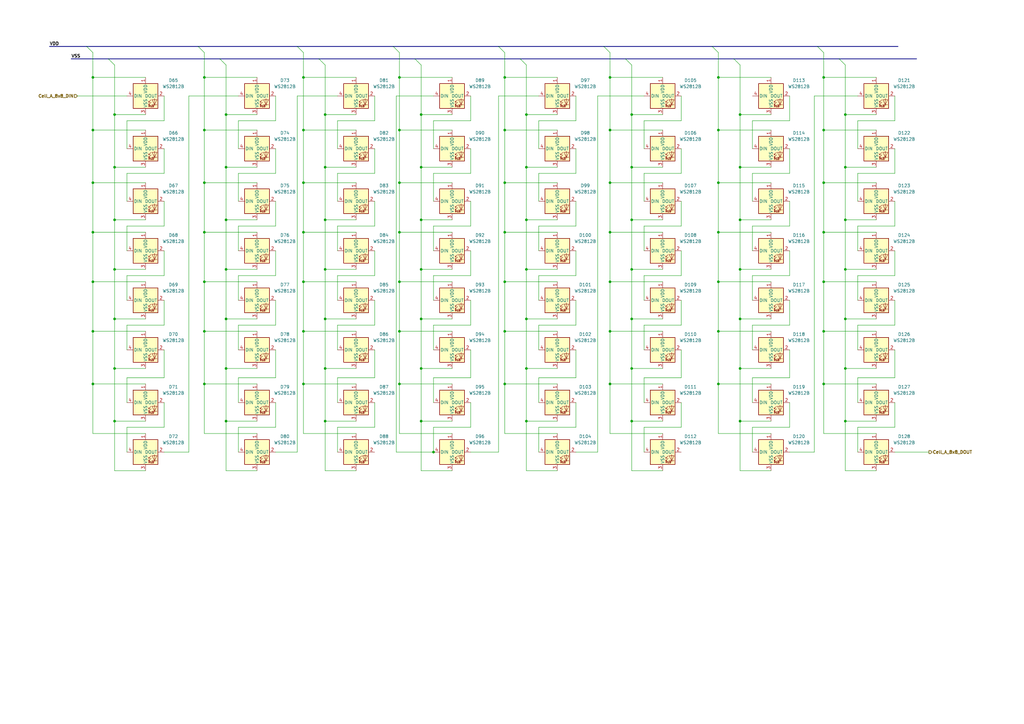
<source format=kicad_sch>
(kicad_sch (version 20250114) (generator "eeschema") (generator_version "9.0")
  (paper "A3")
  (junction (at 46.99 110.49))
  (junction (at 346.71 46.99))
  (junction (at 294.64 53.34))
  (junction (at 294.64 74.93))
  (junction (at 294.64 31.75))
  (junction (at 83.82 31.75))
  (junction (at 250.19 53.34))
  (junction (at 163.83 95.25))
  (junction (at 337.82 115.57))
  (junction (at 92.71 90.17))
  (junction (at 124.46 31.75))
  (junction (at 337.82 135.89))
  (junction (at 250.19 31.75))
  (junction (at 38.1 74.93))
  (junction (at 259.08 46.99))
  (junction (at 38.1 115.57))
  (junction (at 172.72 90.17))
  (junction (at 46.99 172.72))
  (junction (at 172.72 151.13))
  (junction (at 303.53 151.13))
  (junction (at 207.01 115.57))
  (junction (at 294.64 157.48))
  (junction (at 38.1 135.89))
  (junction (at 92.71 68.58))
  (junction (at 207.01 95.25))
  (junction (at 172.72 172.72))
  (junction (at 177.8 185.42))
  (junction (at 124.46 53.34))
  (junction (at 303.53 46.99))
  (junction (at 259.08 110.49))
  (junction (at 215.9 90.17))
  (junction (at 83.82 95.25))
  (junction (at 124.46 135.89))
  (junction (at 207.01 135.89))
  (junction (at 259.08 68.58))
  (junction (at 172.72 68.58))
  (junction (at 163.83 135.89))
  (junction (at 92.71 46.99))
  (junction (at 250.19 95.25))
  (junction (at 303.53 172.72))
  (junction (at 133.35 110.49))
  (junction (at 46.99 46.99))
  (junction (at 83.82 53.34))
  (junction (at 346.71 151.13))
  (junction (at 163.83 115.57))
  (junction (at 133.35 68.58))
  (junction (at 337.82 53.34))
  (junction (at 124.46 115.57))
  (junction (at 124.46 95.25))
  (junction (at 337.82 74.93))
  (junction (at 38.1 53.34))
  (junction (at 133.35 90.17))
  (junction (at 207.01 31.75))
  (junction (at 172.72 130.81))
  (junction (at 259.08 90.17))
  (junction (at 346.71 68.58))
  (junction (at 250.19 115.57))
  (junction (at 215.9 46.99))
  (junction (at 294.64 95.25))
  (junction (at 346.71 130.81))
  (junction (at 346.71 110.49))
  (junction (at 215.9 172.72))
  (junction (at 172.72 46.99))
  (junction (at 92.71 130.81))
  (junction (at 83.82 135.89))
  (junction (at 215.9 151.13))
  (junction (at 163.83 157.48))
  (junction (at 133.35 151.13))
  (junction (at 303.53 68.58))
  (junction (at 215.9 68.58))
  (junction (at 259.08 130.81))
  (junction (at 294.64 115.57))
  (junction (at 207.01 157.48))
  (junction (at 124.46 74.93))
  (junction (at 133.35 130.81))
  (junction (at 83.82 115.57))
  (junction (at 346.71 172.72))
  (junction (at 46.99 151.13))
  (junction (at 215.9 110.49))
  (junction (at 207.01 74.93))
  (junction (at 294.64 135.89))
  (junction (at 337.82 95.25))
  (junction (at 92.71 110.49))
  (junction (at 163.83 53.34))
  (junction (at 163.83 31.75))
  (junction (at 337.82 31.75))
  (junction (at 38.1 31.75))
  (junction (at 38.1 95.25))
  (junction (at 124.46 157.48))
  (junction (at 303.53 130.81))
  (junction (at 207.01 53.34))
  (junction (at 46.99 130.81))
  (junction (at 46.99 68.58))
  (junction (at 259.08 151.13))
  (junction (at 38.1 157.48))
  (junction (at 337.82 157.48))
  (junction (at 133.35 46.99))
  (junction (at 133.35 172.72))
  (junction (at 250.19 135.89))
  (junction (at 172.72 110.49))
  (junction (at 92.71 151.13))
  (junction (at 259.08 172.72))
  (junction (at 83.82 74.93))
  (junction (at 250.19 74.93))
  (junction (at 92.71 172.72))
  (junction (at 346.71 90.17))
  (junction (at 303.53 110.49))
  (junction (at 163.83 74.93))
  (junction (at 250.19 157.48))
  (junction (at 303.53 90.17))
  (junction (at 83.82 157.48))
  (junction (at 215.9 130.81))
  (junction (at 46.99 90.17))
  (bus_entry (at 204.47 19.05) (size 2.54 2.54))
  (bus_entry (at 81.28 19.05) (size 2.54 2.54))
  (bus_entry (at 35.56 19.05) (size 2.54 2.54))
  (bus_entry (at 121.92 19.05) (size 2.54 2.54))
  (bus_entry (at 170.18 24.13) (size 2.54 2.54))
  (bus_entry (at 335.28 19.05) (size 2.54 2.54))
  (bus_entry (at 161.29 19.05) (size 2.54 2.54))
  (bus_entry (at 213.36 24.13) (size 2.54 2.54))
  (bus_entry (at 90.17 24.13) (size 2.54 2.54))
  (bus_entry (at 130.81 24.13) (size 2.54 2.54))
  (bus_entry (at 344.17 24.13) (size 2.54 2.54))
  (bus_entry (at 256.54 24.13) (size 2.54 2.54))
  (bus_entry (at 44.45 24.13) (size 2.54 2.54))
  (bus_entry (at 247.65 19.05) (size 2.54 2.54))
  (bus_entry (at 292.1 19.05) (size 2.54 2.54))
  (bus_entry (at 300.99 24.13) (size 2.54 2.54))
  (wire (pts (xy 346.71 90.17) (xy 346.71 110.49)))
  (wire (pts (xy 337.82 115.57) (xy 359.41 115.57)))
  (wire (pts (xy 337.82 157.48) (xy 337.82 177.8)))
  (wire (pts (xy 337.82 21.59) (xy 337.82 31.75)))
  (wire (pts (xy 303.53 130.81) (xy 316.23 130.81)))
  (wire (pts (xy 113.03 113.03) (xy 97.79 113.03)))
  (wire (pts (xy 83.82 53.34) (xy 105.41 53.34)))
  (wire (pts (xy 163.83 21.59) (xy 163.83 31.75)))
  (wire (pts (xy 52.07 113.03) (xy 52.07 123.19)))
  (wire (pts (xy 138.43 175.26) (xy 138.43 185.42)))
  (wire (pts (xy 279.4 143.51) (xy 279.4 154.94)))
  (wire (pts (xy 351.79 92.71) (xy 351.79 102.87)))
  (wire (pts (xy 207.01 74.93) (xy 207.01 95.25)))
  (wire (pts (xy 279.4 92.71) (xy 264.16 92.71)))
  (wire (pts (xy 193.04 143.51) (xy 193.04 154.94)))
  (wire (pts (xy 215.9 151.13) (xy 215.9 172.72)))
  (wire (pts (xy 303.53 151.13) (xy 316.23 151.13)))
  (wire (pts (xy 163.83 95.25) (xy 163.83 115.57)))
  (wire (pts (xy 264.16 175.26) (xy 264.16 185.42)))
  (wire (pts (xy 97.79 133.35) (xy 97.79 143.51)))
  (wire (pts (xy 67.31 143.51) (xy 67.31 154.94)))
  (wire (pts (xy 133.35 46.99) (xy 146.05 46.99)))
  (wire (pts (xy 124.46 115.57) (xy 124.46 135.89)))
  (wire (pts (xy 250.19 115.57) (xy 271.78 115.57)))
  (wire (pts (xy 264.16 71.12) (xy 264.16 82.55)))
  (wire (pts (xy 215.9 110.49) (xy 215.9 130.81)))
  (bus (pts (xy 344.17 24.13) (xy 375.92 24.13)))
  (wire (pts (xy 177.8 49.53) (xy 177.8 60.96)))
  (wire (pts (xy 133.35 68.58) (xy 146.05 68.58)))
  (wire (pts (xy 259.08 110.49) (xy 259.08 130.81)))
  (wire (pts (xy 294.64 74.93) (xy 316.23 74.93)))
  (wire (pts (xy 337.82 157.48) (xy 359.41 157.48)))
  (wire (pts (xy 153.67 49.53) (xy 138.43 49.53)))
  (wire (pts (xy 163.83 177.8) (xy 185.42 177.8)))
  (wire (pts (xy 67.31 165.1) (xy 67.31 175.26)))
  (wire (pts (xy 367.03 92.71) (xy 351.79 92.71)))
  (wire (pts (xy 124.46 53.34) (xy 124.46 74.93)))
  (wire (pts (xy 207.01 74.93) (xy 228.6 74.93)))
  (wire (pts (xy 162.56 185.42) (xy 162.56 39.37)))
  (wire (pts (xy 46.99 68.58) (xy 59.69 68.58)))
  (wire (pts (xy 220.98 133.35) (xy 220.98 143.51)))
  (wire (pts (xy 294.64 157.48) (xy 294.64 177.8)))
  (wire (pts (xy 67.31 60.96) (xy 67.31 71.12)))
  (wire (pts (xy 250.19 135.89) (xy 271.78 135.89)))
  (wire (pts (xy 294.64 135.89) (xy 316.23 135.89)))
  (wire (pts (xy 204.47 185.42) (xy 204.47 39.37)))
  (wire (pts (xy 259.08 26.67) (xy 259.08 46.99)))
  (wire (pts (xy 337.82 95.25) (xy 337.82 115.57)))
  (wire (pts (xy 177.8 92.71) (xy 177.8 102.87)))
  (wire (pts (xy 153.67 92.71) (xy 138.43 92.71)))
  (bus (pts (xy 247.65 19.05) (xy 292.1 19.05)))
  (wire (pts (xy 138.43 71.12) (xy 138.43 82.55)))
  (wire (pts (xy 236.22 39.37) (xy 236.22 49.53)))
  (wire (pts (xy 236.22 49.53) (xy 220.98 49.53)))
  (wire (pts (xy 259.08 172.72) (xy 271.78 172.72)))
  (wire (pts (xy 381 185.42) (xy 367.03 185.42)))
  (wire (pts (xy 113.03 143.51) (xy 113.03 154.94)))
  (wire (pts (xy 193.04 39.37) (xy 193.04 49.53)))
  (wire (pts (xy 259.08 68.58) (xy 259.08 90.17)))
  (wire (pts (xy 172.72 46.99) (xy 185.42 46.99)))
  (wire (pts (xy 133.35 172.72) (xy 133.35 193.04)))
  (wire (pts (xy 367.03 175.26) (xy 351.79 175.26)))
  (wire (pts (xy 124.46 74.93) (xy 146.05 74.93)))
  (wire (pts (xy 303.53 46.99) (xy 303.53 68.58)))
  (wire (pts (xy 193.04 185.42) (xy 204.47 185.42)))
  (bus (pts (xy 90.17 24.13) (xy 130.81 24.13)))
  (wire (pts (xy 279.4 165.1) (xy 279.4 175.26)))
  (wire (pts (xy 153.67 133.35) (xy 138.43 133.35)))
  (wire (pts (xy 83.82 95.25) (xy 105.41 95.25)))
  (wire (pts (xy 46.99 151.13) (xy 59.69 151.13)))
  (wire (pts (xy 236.22 71.12) (xy 220.98 71.12)))
  (wire (pts (xy 323.85 92.71) (xy 308.61 92.71)))
  (wire (pts (xy 236.22 82.55) (xy 236.22 92.71)))
  (wire (pts (xy 113.03 123.19) (xy 113.03 133.35)))
  (wire (pts (xy 97.79 71.12) (xy 97.79 82.55)))
  (wire (pts (xy 220.98 175.26) (xy 220.98 185.42)))
  (wire (pts (xy 38.1 135.89) (xy 59.69 135.89)))
  (wire (pts (xy 303.53 68.58) (xy 316.23 68.58)))
  (wire (pts (xy 294.64 53.34) (xy 294.64 74.93)))
  (wire (pts (xy 124.46 21.59) (xy 124.46 31.75)))
  (wire (pts (xy 83.82 135.89) (xy 83.82 157.48)))
  (wire (pts (xy 77.47 185.42) (xy 77.47 39.37)))
  (wire (pts (xy 215.9 68.58) (xy 228.6 68.58)))
  (wire (pts (xy 207.01 95.25) (xy 228.6 95.25)))
  (wire (pts (xy 163.83 31.75) (xy 185.42 31.75)))
  (wire (pts (xy 38.1 95.25) (xy 38.1 115.57)))
  (wire (pts (xy 92.71 90.17) (xy 105.41 90.17)))
  (wire (pts (xy 346.71 68.58) (xy 346.71 90.17)))
  (wire (pts (xy 323.85 102.87) (xy 323.85 113.03)))
  (wire (pts (xy 337.82 53.34) (xy 359.41 53.34)))
  (wire (pts (xy 294.64 31.75) (xy 316.23 31.75)))
  (wire (pts (xy 264.16 113.03) (xy 264.16 123.19)))
  (wire (pts (xy 31.75 39.37) (xy 52.07 39.37)))
  (wire (pts (xy 113.03 39.37) (xy 113.03 49.53)))
  (wire (pts (xy 351.79 113.03) (xy 351.79 123.19)))
  (wire (pts (xy 215.9 172.72) (xy 228.6 172.72)))
  (wire (pts (xy 172.72 193.04) (xy 185.42 193.04)))
  (wire (pts (xy 245.11 185.42) (xy 245.11 39.37)))
  (wire (pts (xy 121.92 39.37) (xy 138.43 39.37)))
  (wire (pts (xy 259.08 130.81) (xy 271.78 130.81)))
  (wire (pts (xy 207.01 31.75) (xy 207.01 53.34)))
  (wire (pts (xy 279.4 49.53) (xy 264.16 49.53)))
  (bus (pts (xy 130.81 24.13) (xy 170.18 24.13)))
  (bus (pts (xy 170.18 24.13) (xy 213.36 24.13)))
  (wire (pts (xy 92.71 130.81) (xy 105.41 130.81)))
  (wire (pts (xy 351.79 49.53) (xy 351.79 60.96)))
  (wire (pts (xy 46.99 193.04) (xy 59.69 193.04)))
  (wire (pts (xy 46.99 26.67) (xy 46.99 46.99)))
  (wire (pts (xy 367.03 123.19) (xy 367.03 133.35)))
  (wire (pts (xy 215.9 193.04) (xy 228.6 193.04)))
  (wire (pts (xy 163.83 115.57) (xy 185.42 115.57)))
  (wire (pts (xy 163.83 74.93) (xy 163.83 95.25)))
  (wire (pts (xy 193.04 60.96) (xy 193.04 71.12)))
  (wire (pts (xy 323.85 185.42) (xy 334.01 185.42)))
  (wire (pts (xy 46.99 172.72) (xy 46.99 193.04)))
  (wire (pts (xy 346.71 130.81) (xy 346.71 151.13)))
  (wire (pts (xy 346.71 110.49) (xy 346.71 130.81)))
  (wire (pts (xy 97.79 113.03) (xy 97.79 123.19)))
  (wire (pts (xy 177.8 175.26) (xy 177.8 185.42)))
  (wire (pts (xy 97.79 175.26) (xy 97.79 185.42)))
  (wire (pts (xy 172.72 110.49) (xy 172.72 130.81)))
  (wire (pts (xy 172.72 68.58) (xy 172.72 90.17)))
  (wire (pts (xy 163.83 53.34) (xy 163.83 74.93)))
  (wire (pts (xy 346.71 110.49) (xy 359.41 110.49)))
  (wire (pts (xy 92.71 193.04) (xy 105.41 193.04)))
  (wire (pts (xy 337.82 95.25) (xy 359.41 95.25)))
  (wire (pts (xy 163.83 135.89) (xy 185.42 135.89)))
  (wire (pts (xy 259.08 90.17) (xy 271.78 90.17)))
  (wire (pts (xy 67.31 185.42) (xy 77.47 185.42)))
  (wire (pts (xy 83.82 157.48) (xy 105.41 157.48)))
  (wire (pts (xy 46.99 46.99) (xy 46.99 68.58)))
  (wire (pts (xy 236.22 143.51) (xy 236.22 154.94)))
  (wire (pts (xy 67.31 133.35) (xy 52.07 133.35)))
  (wire (pts (xy 259.08 151.13) (xy 259.08 172.72)))
  (wire (pts (xy 153.67 175.26) (xy 138.43 175.26)))
  (wire (pts (xy 38.1 21.59) (xy 38.1 31.75)))
  (wire (pts (xy 264.16 154.94) (xy 264.16 165.1)))
  (wire (pts (xy 97.79 154.94) (xy 97.79 165.1)))
  (wire (pts (xy 207.01 31.75) (xy 228.6 31.75)))
  (wire (pts (xy 67.31 102.87) (xy 67.31 113.03)))
  (wire (pts (xy 133.35 151.13) (xy 133.35 172.72)))
  (wire (pts (xy 346.71 172.72) (xy 359.41 172.72)))
  (wire (pts (xy 207.01 157.48) (xy 207.01 177.8)))
  (wire (pts (xy 236.22 175.26) (xy 220.98 175.26)))
  (bus (pts (xy 29.21 24.13) (xy 44.45 24.13)))
  (wire (pts (xy 83.82 115.57) (xy 83.82 135.89)))
  (wire (pts (xy 113.03 71.12) (xy 97.79 71.12)))
  (wire (pts (xy 294.64 95.25) (xy 294.64 115.57)))
  (wire (pts (xy 367.03 49.53) (xy 351.79 49.53)))
  (wire (pts (xy 259.08 151.13) (xy 271.78 151.13)))
  (wire (pts (xy 133.35 130.81) (xy 133.35 151.13)))
  (wire (pts (xy 250.19 74.93) (xy 271.78 74.93)))
  (wire (pts (xy 323.85 165.1) (xy 323.85 175.26)))
  (wire (pts (xy 163.83 74.93) (xy 185.42 74.93)))
  (wire (pts (xy 367.03 113.03) (xy 351.79 113.03)))
  (wire (pts (xy 92.71 172.72) (xy 105.41 172.72)))
  (wire (pts (xy 215.9 130.81) (xy 228.6 130.81)))
  (wire (pts (xy 133.35 151.13) (xy 146.05 151.13)))
  (wire (pts (xy 308.61 49.53) (xy 308.61 60.96)))
  (wire (pts (xy 220.98 154.94) (xy 220.98 165.1)))
  (wire (pts (xy 236.22 133.35) (xy 220.98 133.35)))
  (wire (pts (xy 172.72 172.72) (xy 172.72 193.04)))
  (wire (pts (xy 279.4 71.12) (xy 264.16 71.12)))
  (wire (pts (xy 83.82 74.93) (xy 105.41 74.93)))
  (wire (pts (xy 323.85 123.19) (xy 323.85 133.35)))
  (wire (pts (xy 38.1 31.75) (xy 38.1 53.34)))
  (wire (pts (xy 52.07 175.26) (xy 52.07 185.42)))
  (wire (pts (xy 133.35 110.49) (xy 133.35 130.81)))
  (wire (pts (xy 113.03 60.96) (xy 113.03 71.12)))
  (wire (pts (xy 215.9 90.17) (xy 215.9 110.49)))
  (wire (pts (xy 177.8 185.42) (xy 162.56 185.42)))
  (wire (pts (xy 334.01 39.37) (xy 351.79 39.37)))
  (wire (pts (xy 367.03 71.12) (xy 351.79 71.12)))
  (wire (pts (xy 38.1 53.34) (xy 59.69 53.34)))
  (wire (pts (xy 193.04 123.19) (xy 193.04 133.35)))
  (wire (pts (xy 113.03 102.87) (xy 113.03 113.03)))
  (wire (pts (xy 250.19 53.34) (xy 250.19 74.93)))
  (wire (pts (xy 215.9 26.67) (xy 215.9 46.99)))
  (wire (pts (xy 245.11 39.37) (xy 264.16 39.37)))
  (wire (pts (xy 92.71 110.49) (xy 105.41 110.49)))
  (wire (pts (xy 215.9 46.99) (xy 215.9 68.58)))
  (wire (pts (xy 153.67 71.12) (xy 138.43 71.12)))
  (wire (pts (xy 236.22 165.1) (xy 236.22 175.26)))
  (wire (pts (xy 303.53 193.04) (xy 316.23 193.04)))
  (wire (pts (xy 351.79 133.35) (xy 351.79 143.51)))
  (wire (pts (xy 113.03 175.26) (xy 97.79 175.26)))
  (wire (pts (xy 172.72 130.81) (xy 172.72 151.13)))
  (wire (pts (xy 177.8 154.94) (xy 177.8 165.1)))
  (wire (pts (xy 172.72 151.13) (xy 172.72 172.72)))
  (wire (pts (xy 133.35 90.17) (xy 133.35 110.49)))
  (wire (pts (xy 124.46 135.89) (xy 146.05 135.89)))
  (bus (pts (xy 204.47 19.05) (xy 247.65 19.05)))
  (wire (pts (xy 303.53 26.67) (xy 303.53 46.99)))
  (wire (pts (xy 308.61 92.71) (xy 308.61 102.87)))
  (wire (pts (xy 172.72 90.17) (xy 185.42 90.17)))
  (wire (pts (xy 264.16 133.35) (xy 264.16 143.51)))
  (wire (pts (xy 92.71 110.49) (xy 92.71 130.81)))
  (wire (pts (xy 177.8 71.12) (xy 177.8 82.55)))
  (wire (pts (xy 207.01 53.34) (xy 228.6 53.34)))
  (wire (pts (xy 346.71 46.99) (xy 359.41 46.99)))
  (wire (pts (xy 92.71 46.99) (xy 92.71 68.58)))
  (wire (pts (xy 83.82 115.57) (xy 105.41 115.57)))
  (wire (pts (xy 52.07 92.71) (xy 52.07 102.87)))
  (wire (pts (xy 236.22 154.94) (xy 220.98 154.94)))
  (wire (pts (xy 193.04 154.94) (xy 177.8 154.94)))
  (wire (pts (xy 294.64 115.57) (xy 316.23 115.57)))
  (wire (pts (xy 215.9 172.72) (xy 215.9 193.04)))
  (wire (pts (xy 367.03 133.35) (xy 351.79 133.35)))
  (wire (pts (xy 346.71 90.17) (xy 359.41 90.17)))
  (wire (pts (xy 323.85 133.35) (xy 308.61 133.35)))
  (wire (pts (xy 259.08 172.72) (xy 259.08 193.04)))
  (wire (pts (xy 124.46 135.89) (xy 124.46 157.48)))
  (wire (pts (xy 279.4 133.35) (xy 264.16 133.35)))
  (wire (pts (xy 215.9 90.17) (xy 228.6 90.17)))
  (wire (pts (xy 294.64 31.75) (xy 294.64 53.34)))
  (wire (pts (xy 133.35 130.81) (xy 146.05 130.81)))
  (wire (pts (xy 46.99 90.17) (xy 59.69 90.17)))
  (wire (pts (xy 367.03 39.37) (xy 367.03 49.53)))
  (wire (pts (xy 367.03 154.94) (xy 351.79 154.94)))
  (wire (pts (xy 346.71 68.58) (xy 359.41 68.58)))
  (wire (pts (xy 220.98 71.12) (xy 220.98 82.55)))
  (wire (pts (xy 294.64 95.25) (xy 316.23 95.25)))
  (wire (pts (xy 250.19 74.93) (xy 250.19 95.25)))
  (wire (pts (xy 163.83 95.25) (xy 185.42 95.25)))
  (wire (pts (xy 153.67 102.87) (xy 153.67 113.03)))
  (wire (pts (xy 294.64 177.8) (xy 316.23 177.8)))
  (wire (pts (xy 113.03 165.1) (xy 113.03 175.26)))
  (wire (pts (xy 294.64 135.89) (xy 294.64 157.48)))
  (wire (pts (xy 279.4 113.03) (xy 264.16 113.03)))
  (wire (pts (xy 351.79 175.26) (xy 351.79 185.42)))
  (wire (pts (xy 67.31 71.12) (xy 52.07 71.12)))
  (wire (pts (xy 193.04 165.1) (xy 193.04 175.26)))
  (bus (pts (xy 161.29 19.05) (xy 204.47 19.05)))
  (wire (pts (xy 172.72 130.81) (xy 185.42 130.81)))
  (wire (pts (xy 133.35 68.58) (xy 133.35 90.17)))
  (wire (pts (xy 294.64 74.93) (xy 294.64 95.25)))
  (wire (pts (xy 153.67 123.19) (xy 153.67 133.35)))
  (wire (pts (xy 337.82 115.57) (xy 337.82 135.89)))
  (wire (pts (xy 193.04 82.55) (xy 193.04 92.71)))
  (wire (pts (xy 124.46 53.34) (xy 146.05 53.34)))
  (wire (pts (xy 133.35 90.17) (xy 146.05 90.17)))
  (wire (pts (xy 163.83 31.75) (xy 163.83 53.34)))
  (bus (pts (xy 256.54 24.13) (xy 300.99 24.13)))
  (wire (pts (xy 236.22 92.71) (xy 220.98 92.71)))
  (wire (pts (xy 138.43 113.03) (xy 138.43 123.19)))
  (wire (pts (xy 67.31 123.19) (xy 67.31 133.35)))
  (wire (pts (xy 323.85 60.96) (xy 323.85 71.12)))
  (wire (pts (xy 250.19 95.25) (xy 250.19 115.57)))
  (wire (pts (xy 323.85 143.51) (xy 323.85 154.94)))
  (wire (pts (xy 337.82 74.93) (xy 337.82 95.25)))
  (wire (pts (xy 124.46 157.48) (xy 146.05 157.48)))
  (wire (pts (xy 259.08 130.81) (xy 259.08 151.13)))
  (wire (pts (xy 83.82 21.59) (xy 83.82 31.75)))
  (wire (pts (xy 303.53 130.81) (xy 303.53 151.13)))
  (wire (pts (xy 138.43 49.53) (xy 138.43 60.96)))
  (wire (pts (xy 124.46 95.25) (xy 124.46 115.57)))
  (wire (pts (xy 346.71 193.04) (xy 359.41 193.04)))
  (wire (pts (xy 193.04 133.35) (xy 177.8 133.35)))
  (wire (pts (xy 279.4 175.26) (xy 264.16 175.26)))
  (bus (pts (xy 44.45 24.13) (xy 90.17 24.13)))
  (wire (pts (xy 153.67 143.51) (xy 153.67 154.94)))
  (wire (pts (xy 250.19 177.8) (xy 271.78 177.8)))
  (wire (pts (xy 77.47 39.37) (xy 97.79 39.37)))
  (wire (pts (xy 367.03 102.87) (xy 367.03 113.03)))
  (wire (pts (xy 294.64 115.57) (xy 294.64 135.89)))
  (wire (pts (xy 67.31 154.94) (xy 52.07 154.94)))
  (wire (pts (xy 113.03 154.94) (xy 97.79 154.94)))
  (wire (pts (xy 67.31 92.71) (xy 52.07 92.71)))
  (wire (pts (xy 124.46 115.57) (xy 146.05 115.57)))
  (wire (pts (xy 367.03 82.55) (xy 367.03 92.71)))
  (wire (pts (xy 367.03 143.51) (xy 367.03 154.94)))
  (wire (pts (xy 46.99 130.81) (xy 46.99 151.13)))
  (wire (pts (xy 207.01 115.57) (xy 207.01 135.89)))
  (wire (pts (xy 138.43 133.35) (xy 138.43 143.51)))
  (wire (pts (xy 67.31 39.37) (xy 67.31 49.53)))
  (wire (pts (xy 308.61 175.26) (xy 308.61 185.42)))
  (wire (pts (xy 172.72 26.67) (xy 172.72 46.99)))
  (wire (pts (xy 207.01 21.59) (xy 207.01 31.75)))
  (wire (pts (xy 163.83 53.34) (xy 185.42 53.34)))
  (wire (pts (xy 220.98 113.03) (xy 220.98 123.19)))
  (wire (pts (xy 308.61 71.12) (xy 308.61 82.55)))
  (wire (pts (xy 153.67 113.03) (xy 138.43 113.03)))
  (wire (pts (xy 207.01 177.8) (xy 228.6 177.8)))
  (wire (pts (xy 133.35 26.67) (xy 133.35 46.99)))
  (wire (pts (xy 220.98 49.53) (xy 220.98 60.96)))
  (wire (pts (xy 308.61 154.94) (xy 308.61 165.1)))
  (bus (pts (xy 20.32 19.05) (xy 35.56 19.05)))
  (wire (pts (xy 250.19 31.75) (xy 250.19 53.34)))
  (wire (pts (xy 193.04 175.26) (xy 177.8 175.26)))
  (wire (pts (xy 303.53 46.99) (xy 316.23 46.99)))
  (wire (pts (xy 323.85 49.53) (xy 308.61 49.53)))
  (wire (pts (xy 323.85 154.94) (xy 308.61 154.94)))
  (wire (pts (xy 83.82 157.48) (xy 83.82 177.8)))
  (wire (pts (xy 346.71 130.81) (xy 359.41 130.81)))
  (wire (pts (xy 215.9 46.99) (xy 228.6 46.99)))
  (wire (pts (xy 215.9 110.49) (xy 228.6 110.49)))
  (wire (pts (xy 193.04 71.12) (xy 177.8 71.12)))
  (wire (pts (xy 193.04 49.53) (xy 177.8 49.53)))
  (wire (pts (xy 337.82 135.89) (xy 359.41 135.89)))
  (wire (pts (xy 38.1 135.89) (xy 38.1 157.48)))
  (wire (pts (xy 92.71 46.99) (xy 105.41 46.99)))
  (wire (pts (xy 303.53 151.13) (xy 303.53 172.72)))
  (wire (pts (xy 236.22 185.42) (xy 245.11 185.42)))
  (wire (pts (xy 153.67 39.37) (xy 153.67 49.53)))
  (wire (pts (xy 38.1 31.75) (xy 59.69 31.75)))
  (wire (pts (xy 163.83 157.48) (xy 163.83 177.8)))
  (wire (pts (xy 259.08 68.58) (xy 271.78 68.58)))
  (wire (pts (xy 346.71 172.72) (xy 346.71 193.04)))
  (wire (pts (xy 133.35 193.04) (xy 146.05 193.04)))
  (wire (pts (xy 38.1 53.34) (xy 38.1 74.93)))
  (wire (pts (xy 337.82 135.89) (xy 337.82 157.48)))
  (wire (pts (xy 207.01 95.25) (xy 207.01 115.57)))
  (wire (pts (xy 323.85 175.26) (xy 308.61 175.26)))
  (wire (pts (xy 207.01 115.57) (xy 228.6 115.57)))
  (wire (pts (xy 172.72 46.99) (xy 172.72 68.58)))
  (wire (pts (xy 92.71 130.81) (xy 92.71 151.13)))
  (wire (pts (xy 279.4 102.87) (xy 279.4 113.03)))
  (wire (pts (xy 163.83 115.57) (xy 163.83 135.89)))
  (wire (pts (xy 153.67 154.94) (xy 138.43 154.94)))
  (wire (pts (xy 124.46 95.25) (xy 146.05 95.25)))
  (wire (pts (xy 236.22 102.87) (xy 236.22 113.03)))
  (wire (pts (xy 250.19 21.59) (xy 250.19 31.75)))
  (wire (pts (xy 193.04 113.03) (xy 177.8 113.03)))
  (bus (pts (xy 292.1 19.05) (xy 335.28 19.05)))
  (wire (pts (xy 83.82 95.25) (xy 83.82 115.57)))
  (bus (pts (xy 335.28 19.05) (xy 368.3 19.05)))
  (wire (pts (xy 250.19 95.25) (xy 271.78 95.25)))
  (wire (pts (xy 67.31 175.26) (xy 52.07 175.26)))
  (wire (pts (xy 303.53 110.49) (xy 303.53 130.81)))
  (wire (pts (xy 92.71 68.58) (xy 92.71 90.17)))
  (wire (pts (xy 46.99 130.81) (xy 59.69 130.81)))
  (wire (pts (xy 279.4 60.96) (xy 279.4 71.12)))
  (wire (pts (xy 250.19 157.48) (xy 271.78 157.48)))
  (wire (pts (xy 294.64 53.34) (xy 316.23 53.34)))
  (wire (pts (xy 346.71 26.67) (xy 346.71 46.99)))
  (wire (pts (xy 83.82 31.75) (xy 105.41 31.75)))
  (wire (pts (xy 172.72 90.17) (xy 172.72 110.49)))
  (wire (pts (xy 294.64 157.48) (xy 316.23 157.48)))
  (wire (pts (xy 250.19 135.89) (xy 250.19 157.48)))
  (wire (pts (xy 97.79 92.71) (xy 97.79 102.87)))
  (wire (pts (xy 172.72 110.49) (xy 185.42 110.49)))
  (wire (pts (xy 52.07 154.94) (xy 52.07 165.1)))
  (wire (pts (xy 113.03 92.71) (xy 97.79 92.71)))
  (wire (pts (xy 46.99 110.49) (xy 59.69 110.49)))
  (bus (pts (xy 121.92 19.05) (xy 161.29 19.05)))
  (bus (pts (xy 300.99 24.13) (xy 344.17 24.13)))
  (wire (pts (xy 52.07 133.35) (xy 52.07 143.51)))
  (wire (pts (xy 279.4 82.55) (xy 279.4 92.71)))
  (wire (pts (xy 172.72 68.58) (xy 185.42 68.58)))
  (wire (pts (xy 259.08 46.99) (xy 259.08 68.58)))
  (wire (pts (xy 193.04 102.87) (xy 193.04 113.03)))
  (wire (pts (xy 259.08 193.04) (xy 271.78 193.04)))
  (wire (pts (xy 236.22 113.03) (xy 220.98 113.03)))
  (wire (pts (xy 303.53 110.49) (xy 316.23 110.49)))
  (wire (pts (xy 351.79 154.94) (xy 351.79 165.1)))
  (wire (pts (xy 337.82 74.93) (xy 359.41 74.93)))
  (wire (pts (xy 259.08 90.17) (xy 259.08 110.49)))
  (wire (pts (xy 259.08 46.99) (xy 271.78 46.99)))
  (wire (pts (xy 153.67 165.1) (xy 153.67 175.26)))
  (wire (pts (xy 113.03 185.42) (xy 121.92 185.42)))
  (wire (pts (xy 67.31 113.03) (xy 52.07 113.03)))
  (wire (pts (xy 113.03 49.53) (xy 97.79 49.53)))
  (wire (pts (xy 38.1 74.93) (xy 38.1 95.25)))
  (wire (pts (xy 204.47 39.37) (xy 220.98 39.37)))
  (wire (pts (xy 259.08 110.49) (xy 271.78 110.49)))
  (wire (pts (xy 46.99 172.72) (xy 59.69 172.72)))
  (wire (pts (xy 367.03 60.96) (xy 367.03 71.12)))
  (wire (pts (xy 38.1 157.48) (xy 59.69 157.48)))
  (wire (pts (xy 67.31 49.53) (xy 52.07 49.53)))
  (wire (pts (xy 264.16 92.71) (xy 264.16 102.87)))
  (wire (pts (xy 215.9 130.81) (xy 215.9 151.13)))
  (wire (pts (xy 177.8 113.03) (xy 177.8 123.19)))
  (wire (pts (xy 337.82 53.34) (xy 337.82 74.93)))
  (wire (pts (xy 207.01 53.34) (xy 207.01 74.93)))
  (wire (pts (xy 279.4 154.94) (xy 264.16 154.94)))
  (wire (pts (xy 303.53 90.17) (xy 316.23 90.17)))
  (wire (pts (xy 92.71 151.13) (xy 105.41 151.13)))
  (wire (pts (xy 207.01 135.89) (xy 207.01 157.48)))
  (wire (pts (xy 337.82 31.75) (xy 337.82 53.34)))
  (wire (pts (xy 83.82 135.89) (xy 105.41 135.89)))
  (wire (pts (xy 236.22 123.19) (xy 236.22 133.35)))
  (wire (pts (xy 323.85 71.12) (xy 308.61 71.12)))
  (wire (pts (xy 38.1 115.57) (xy 38.1 135.89)))
  (wire (pts (xy 323.85 113.03) (xy 308.61 113.03)))
  (wire (pts (xy 215.9 151.13) (xy 228.6 151.13)))
  (wire (pts (xy 38.1 157.48) (xy 38.1 177.8)))
  (bus (pts (xy 213.36 24.13) (xy 256.54 24.13)))
  (wire (pts (xy 133.35 172.72) (xy 146.05 172.72)))
  (wire (pts (xy 92.71 90.17) (xy 92.71 110.49)))
  (wire (pts (xy 308.61 133.35) (xy 308.61 143.51)))
  (wire (pts (xy 138.43 92.71) (xy 138.43 102.87)))
  (wire (pts (xy 92.71 151.13) (xy 92.71 172.72)))
  (wire (pts (xy 153.67 82.55) (xy 153.67 92.71)))
  (wire (pts (xy 124.46 157.48) (xy 124.46 177.8)))
  (wire (pts (xy 172.72 172.72) (xy 185.42 172.72)))
  (wire (pts (xy 38.1 177.8) (xy 59.69 177.8)))
  (wire (pts (xy 279.4 123.19) (xy 279.4 133.35)))
  (wire (pts (xy 121.92 185.42) (xy 121.92 39.37)))
  (wire (pts (xy 207.01 135.89) (xy 228.6 135.89)))
  (wire (pts (xy 83.82 31.75) (xy 83.82 53.34)))
  (wire (pts (xy 337.82 31.75) (xy 359.41 31.75)))
  (wire (pts (xy 334.01 185.42) (xy 334.01 39.37)))
  (wire (pts (xy 163.83 135.89) (xy 163.83 157.48)))
  (wire (pts (xy 38.1 74.93) (xy 59.69 74.93)))
  (wire (pts (xy 351.79 71.12) (xy 351.79 82.55)))
  (bus (pts (xy 35.56 19.05) (xy 81.28 19.05)))
  (wire (pts (xy 250.19 157.48) (xy 250.19 177.8)))
  (wire (pts (xy 52.07 49.53) (xy 52.07 60.96)))
  (wire (pts (xy 92.71 172.72) (xy 92.71 193.04)))
  (wire (pts (xy 83.82 53.34) (xy 83.82 74.93)))
  (wire (pts (xy 83.82 177.8) (xy 105.41 177.8)))
  (wire (pts (xy 163.83 157.48) (xy 185.42 157.48)))
  (wire (pts (xy 250.19 31.75) (xy 271.78 31.75)))
  (wire (pts (xy 97.79 49.53) (xy 97.79 60.96)))
  (wire (pts (xy 138.43 154.94) (xy 138.43 165.1)))
  (wire (pts (xy 52.07 71.12) (xy 52.07 82.55)))
  (wire (pts (xy 303.53 172.72) (xy 316.23 172.72)))
  (wire (pts (xy 323.85 82.55) (xy 323.85 92.71)))
  (wire (pts (xy 172.72 151.13) (xy 185.42 151.13)))
  (wire (pts (xy 46.99 90.17) (xy 46.99 110.49)))
  (wire (pts (xy 220.98 92.71) (xy 220.98 102.87)))
  (wire (pts (xy 207.01 157.48) (xy 228.6 157.48)))
  (wire (pts (xy 46.99 151.13) (xy 46.99 172.72)))
  (wire (pts (xy 133.35 46.99) (xy 133.35 68.58)))
  (wire (pts (xy 124.46 31.75) (xy 124.46 53.34)))
  (wire (pts (xy 346.71 46.99) (xy 346.71 68.58)))
  (wire (pts (xy 337.82 177.8) (xy 359.41 177.8)))
  (wire (pts (xy 367.03 165.1) (xy 367.03 175.26)))
  (bus (pts (xy 81.28 19.05) (xy 121.92 19.05)))
  (wire (pts (xy 236.22 60.96) (xy 236.22 71.12)))
  (wire (pts (xy 92.71 26.67) (xy 92.71 46.99)))
  (wire (pts (xy 38.1 95.25) (xy 59.69 95.25)))
  (wire (pts (xy 38.1 115.57) (xy 59.69 115.57)))
  (wire (pts (xy 346.71 151.13) (xy 346.71 172.72)))
  (wire (pts (xy 193.04 92.71) (xy 177.8 92.71)))
  (wire (pts (xy 92.71 68.58) (xy 105.41 68.58)))
  (wire (pts (xy 177.8 133.35) (xy 177.8 143.51)))
  (wire (pts (xy 303.53 90.17) (xy 303.53 110.49)))
  (wire (pts (xy 323.85 39.37) (xy 323.85 49.53)))
  (wire (pts (xy 294.64 21.59) (xy 294.64 31.75)))
  (wire (pts (xy 303.53 172.72) (xy 303.53 193.04)))
  (wire (pts (xy 153.67 60.96) (xy 153.67 71.12)))
  (wire (pts (xy 67.31 82.55) (xy 67.31 92.71)))
  (wire (pts (xy 133.35 110.49) (xy 146.05 110.49)))
  (wire (pts (xy 250.19 53.34) (xy 271.78 53.34)))
  (wire (pts (xy 346.71 151.13) (xy 359.41 151.13)))
  (wire (pts (xy 46.99 68.58) (xy 46.99 90.17)))
  (wire (pts (xy 124.46 31.75) (xy 146.05 31.75)))
  (wire (pts (xy 308.61 113.03) (xy 308.61 123.19)))
  (wire (pts (xy 124.46 74.93) (xy 124.46 95.25)))
  (wire (pts (xy 124.46 177.8) (xy 146.05 177.8)))
  (wire (pts (xy 250.19 115.57) (xy 250.19 135.89)))
  (wire (pts (xy 215.9 68.58) (xy 215.9 90.17)))
  (wire (pts (xy 113.03 82.55) (xy 113.03 92.71)))
  (wire (pts (xy 46.99 46.99) (xy 59.69 46.99)))
  (wire (pts (xy 264.16 49.53) (xy 264.16 60.96)))
  (wire (pts (xy 46.99 110.49) (xy 46.99 130.81)))
  (wire (pts (xy 279.4 39.37) (xy 279.4 49.53)))
  (wire (pts (xy 83.82 74.93) (xy 83.82 95.25)))
  (wire (pts (xy 113.03 133.35) (xy 97.79 133.35)))
  (wire (pts (xy 303.53 68.58) (xy 303.53 90.17)))
  (wire (pts (xy 162.56 39.37) (xy 177.8 39.37)))
  (label "VDD" (at 20.32 19.05 0) (effects (font (thickness 0.254) (bold yes))))
  (label "VSS" (at 29.21 24.13 0) (effects (font (thickness 0.254) (bold yes))))
  (hierarchical_label "Cell_A_8x8_DOUT" (shape output) (at 381 185.42 0) (effects (font (thickness 0.254) (bold yes))))
  (hierarchical_label "Cell_A_8x8_DIN" (shape input) (at 31.75 39.37 180) (effects (font (thickness 0.254) (bold yes))))
  (symbol (lib_id "LED:WS2812B") (at 228.6 102.87 0) (unit 1)
    (property "Reference" "D100" (at 240.03 96.4498 0))
    (property "Value" "WS2812B" (at 240.03 98.9898 0))
    (property "Footprint" "LED_SMD:LED_WS2812B_PLCC4_5.0x5.0mm_P3.2mm" (effects (hide yes)))
    (property "Datasheet" "https://cdn-shop.adafruit.com/datasheets/WS2812B.pdf" (effects (hide yes)))
    (property "Description" "RGB LED with integrated controller" (effects (hide yes)))
  )
  (symbol (lib_id "LED:WS2812B") (at 146.05 185.42 0) (unit 1)
    (property "Reference" "D88" (at 157.48 178.9998 0))
    (property "Value" "WS2812B" (at 157.48 181.5398 0))
    (property "Footprint" "LED_SMD:LED_WS2812B_PLCC4_5.0x5.0mm_P3.2mm" (effects (hide yes)))
    (property "Datasheet" "https://cdn-shop.adafruit.com/datasheets/WS2812B.pdf" (effects (hide yes)))
    (property "Description" "RGB LED with integrated controller" (effects (hide yes)))
  )
  (symbol (lib_id "LED:WS2812B") (at 228.6 185.42 0) (unit 1)
    (property "Reference" "D104" (at 240.03 178.9998 0))
    (property "Value" "WS2812B" (at 240.03 181.5398 0))
    (property "Footprint" "LED_SMD:LED_WS2812B_PLCC4_5.0x5.0mm_P3.2mm" (effects (hide yes)))
    (property "Datasheet" "https://cdn-shop.adafruit.com/datasheets/WS2812B.pdf" (effects (hide yes)))
    (property "Description" "RGB LED with integrated controller" (effects (hide yes)))
  )
  (symbol (lib_id "LED:WS2812B") (at 228.6 123.19 0) (unit 1)
    (property "Reference" "D101" (at 240.03 116.7698 0))
    (property "Value" "WS2812B" (at 240.03 119.3098 0))
    (property "Footprint" "LED_SMD:LED_WS2812B_PLCC4_5.0x5.0mm_P3.2mm" (effects (hide yes)))
    (property "Datasheet" "https://cdn-shop.adafruit.com/datasheets/WS2812B.pdf" (effects (hide yes)))
    (property "Description" "RGB LED with integrated controller" (effects (hide yes)))
  )
  (symbol (lib_id "LED:WS2812B") (at 59.69 102.87 0) (unit 1)
    (property "Reference" "D68" (at 71.12 96.4498 0))
    (property "Value" "WS2812B" (at 71.12 98.9898 0))
    (property "Footprint" "LED_SMD:LED_WS2812B_PLCC4_5.0x5.0mm_P3.2mm" (effects (hide yes)))
    (property "Datasheet" "https://cdn-shop.adafruit.com/datasheets/WS2812B.pdf" (effects (hide yes)))
    (property "Description" "RGB LED with integrated controller" (effects (hide yes)))
  )
  (symbol (lib_id "LED:WS2812B") (at 271.78 165.1 0) (unit 1)
    (property "Reference" "D111" (at 283.21 158.6798 0))
    (property "Value" "WS2812B" (at 283.21 161.2198 0))
    (property "Footprint" "LED_SMD:LED_WS2812B_PLCC4_5.0x5.0mm_P3.2mm" (effects (hide yes)))
    (property "Datasheet" "https://cdn-shop.adafruit.com/datasheets/WS2812B.pdf" (effects (hide yes)))
    (property "Description" "RGB LED with integrated controller" (effects (hide yes)))
  )
  (symbol (lib_id "LED:WS2812B") (at 146.05 60.96 0) (unit 1)
    (property "Reference" "D82" (at 157.48 54.5398 0))
    (property "Value" "WS2812B" (at 157.48 57.0798 0))
    (property "Footprint" "LED_SMD:LED_WS2812B_PLCC4_5.0x5.0mm_P3.2mm" (effects (hide yes)))
    (property "Datasheet" "https://cdn-shop.adafruit.com/datasheets/WS2812B.pdf" (effects (hide yes)))
    (property "Description" "RGB LED with integrated controller" (effects (hide yes)))
  )
  (symbol (lib_id "LED:WS2812B") (at 271.78 102.87 0) (unit 1)
    (property "Reference" "D108" (at 283.21 96.4498 0))
    (property "Value" "WS2812B" (at 283.21 98.9898 0))
    (property "Footprint" "LED_SMD:LED_WS2812B_PLCC4_5.0x5.0mm_P3.2mm" (effects (hide yes)))
    (property "Datasheet" "https://cdn-shop.adafruit.com/datasheets/WS2812B.pdf" (effects (hide yes)))
    (property "Description" "RGB LED with integrated controller" (effects (hide yes)))
  )
  (symbol (lib_id "LED:WS2812B") (at 146.05 82.55 0) (unit 1)
    (property "Reference" "D83" (at 157.48 76.1298 0))
    (property "Value" "WS2812B" (at 157.48 78.6698 0))
    (property "Footprint" "LED_SMD:LED_WS2812B_PLCC4_5.0x5.0mm_P3.2mm" (effects (hide yes)))
    (property "Datasheet" "https://cdn-shop.adafruit.com/datasheets/WS2812B.pdf" (effects (hide yes)))
    (property "Description" "RGB LED with integrated controller" (effects (hide yes)))
  )
  (symbol (lib_id "LED:WS2812B") (at 146.05 123.19 0) (unit 1)
    (property "Reference" "D85" (at 157.48 116.7698 0))
    (property "Value" "WS2812B" (at 157.48 119.3098 0))
    (property "Footprint" "LED_SMD:LED_WS2812B_PLCC4_5.0x5.0mm_P3.2mm" (effects (hide yes)))
    (property "Datasheet" "https://cdn-shop.adafruit.com/datasheets/WS2812B.pdf" (effects (hide yes)))
    (property "Description" "RGB LED with integrated controller" (effects (hide yes)))
  )
  (symbol (lib_id "LED:WS2812B") (at 185.42 39.37 0) (unit 1)
    (property "Reference" "D89" (at 196.85 32.9498 0))
    (property "Value" "WS2812B" (at 196.85 35.4898 0))
    (property "Footprint" "LED_SMD:LED_WS2812B_PLCC4_5.0x5.0mm_P3.2mm" (effects (hide yes)))
    (property "Datasheet" "https://cdn-shop.adafruit.com/datasheets/WS2812B.pdf" (effects (hide yes)))
    (property "Description" "RGB LED with integrated controller" (effects (hide yes)))
  )
  (symbol (lib_id "LED:WS2812B") (at 185.42 143.51 0) (unit 1)
    (property "Reference" "D94" (at 196.85 137.0898 0))
    (property "Value" "WS2812B" (at 196.85 139.6298 0))
    (property "Footprint" "LED_SMD:LED_WS2812B_PLCC4_5.0x5.0mm_P3.2mm" (effects (hide yes)))
    (property "Datasheet" "https://cdn-shop.adafruit.com/datasheets/WS2812B.pdf" (effects (hide yes)))
    (property "Description" "RGB LED with integrated controller" (effects (hide yes)))
  )
  (symbol (lib_id "LED:WS2812B") (at 185.42 102.87 0) (unit 1)
    (property "Reference" "D92" (at 196.85 96.4498 0))
    (property "Value" "WS2812B" (at 196.85 98.9898 0))
    (property "Footprint" "LED_SMD:LED_WS2812B_PLCC4_5.0x5.0mm_P3.2mm" (effects (hide yes)))
    (property "Datasheet" "https://cdn-shop.adafruit.com/datasheets/WS2812B.pdf" (effects (hide yes)))
    (property "Description" "RGB LED with integrated controller" (effects (hide yes)))
  )
  (symbol (lib_id "LED:WS2812B") (at 316.23 60.96 0) (unit 1)
    (property "Reference" "D114" (at 327.66 54.5398 0))
    (property "Value" "WS2812B" (at 327.66 57.0798 0))
    (property "Footprint" "LED_SMD:LED_WS2812B_PLCC4_5.0x5.0mm_P3.2mm" (effects (hide yes)))
    (property "Datasheet" "https://cdn-shop.adafruit.com/datasheets/WS2812B.pdf" (effects (hide yes)))
    (property "Description" "RGB LED with integrated controller" (effects (hide yes)))
  )
  (symbol (lib_id "LED:WS2812B") (at 271.78 185.42 0) (unit 1)
    (property "Reference" "D112" (at 283.21 178.9998 0))
    (property "Value" "WS2812B" (at 283.21 181.5398 0))
    (property "Footprint" "LED_SMD:LED_WS2812B_PLCC4_5.0x5.0mm_P3.2mm" (effects (hide yes)))
    (property "Datasheet" "https://cdn-shop.adafruit.com/datasheets/WS2812B.pdf" (effects (hide yes)))
    (property "Description" "RGB LED with integrated controller" (effects (hide yes)))
  )
  (symbol (lib_id "LED:WS2812B") (at 105.41 165.1 0) (unit 1)
    (property "Reference" "D79" (at 116.84 158.6798 0))
    (property "Value" "WS2812B" (at 116.84 161.2198 0))
    (property "Footprint" "LED_SMD:LED_WS2812B_PLCC4_5.0x5.0mm_P3.2mm" (effects (hide yes)))
    (property "Datasheet" "https://cdn-shop.adafruit.com/datasheets/WS2812B.pdf" (effects (hide yes)))
    (property "Description" "RGB LED with integrated controller" (effects (hide yes)))
  )
  (symbol (lib_id "LED:WS2812B") (at 316.23 39.37 0) (unit 1)
    (property "Reference" "D113" (at 327.66 32.9498 0))
    (property "Value" "WS2812B" (at 327.66 35.4898 0))
    (property "Footprint" "LED_SMD:LED_WS2812B_PLCC4_5.0x5.0mm_P3.2mm" (effects (hide yes)))
    (property "Datasheet" "https://cdn-shop.adafruit.com/datasheets/WS2812B.pdf" (effects (hide yes)))
    (property "Description" "RGB LED with integrated controller" (effects (hide yes)))
  )
  (symbol (lib_id "LED:WS2812B") (at 359.41 82.55 0) (unit 1)
    (property "Reference" "D123" (at 370.84 76.1298 0))
    (property "Value" "WS2812B" (at 370.84 78.6698 0))
    (property "Footprint" "LED_SMD:LED_WS2812B_PLCC4_5.0x5.0mm_P3.2mm" (effects (hide yes)))
    (property "Datasheet" "https://cdn-shop.adafruit.com/datasheets/WS2812B.pdf" (effects (hide yes)))
    (property "Description" "RGB LED with integrated controller" (effects (hide yes)))
  )
  (symbol (lib_id "LED:WS2812B") (at 59.69 185.42 0) (unit 1)
    (property "Reference" "D72" (at 71.12 178.9998 0))
    (property "Value" "WS2812B" (at 71.12 181.5398 0))
    (property "Footprint" "LED_SMD:LED_WS2812B_PLCC4_5.0x5.0mm_P3.2mm" (effects (hide yes)))
    (property "Datasheet" "https://cdn-shop.adafruit.com/datasheets/WS2812B.pdf" (effects (hide yes)))
    (property "Description" "RGB LED with integrated controller" (effects (hide yes)))
  )
  (symbol (lib_id "LED:WS2812B") (at 359.41 102.87 0) (unit 1)
    (property "Reference" "D124" (at 370.84 96.4498 0))
    (property "Value" "WS2812B" (at 370.84 98.9898 0))
    (property "Footprint" "LED_SMD:LED_WS2812B_PLCC4_5.0x5.0mm_P3.2mm" (effects (hide yes)))
    (property "Datasheet" "https://cdn-shop.adafruit.com/datasheets/WS2812B.pdf" (effects (hide yes)))
    (property "Description" "RGB LED with integrated controller" (effects (hide yes)))
  )
  (symbol (lib_id "LED:WS2812B") (at 271.78 123.19 0) (unit 1)
    (property "Reference" "D109" (at 283.21 116.7698 0))
    (property "Value" "WS2812B" (at 283.21 119.3098 0))
    (property "Footprint" "LED_SMD:LED_WS2812B_PLCC4_5.0x5.0mm_P3.2mm" (effects (hide yes)))
    (property "Datasheet" "https://cdn-shop.adafruit.com/datasheets/WS2812B.pdf" (effects (hide yes)))
    (property "Description" "RGB LED with integrated controller" (effects (hide yes)))
  )
  (symbol (lib_id "LED:WS2812B") (at 59.69 60.96 0) (unit 1)
    (property "Reference" "D66" (at 71.12 54.5398 0))
    (property "Value" "WS2812B" (at 71.12 57.0798 0))
    (property "Footprint" "LED_SMD:LED_WS2812B_PLCC4_5.0x5.0mm_P3.2mm" (effects (hide yes)))
    (property "Datasheet" "https://cdn-shop.adafruit.com/datasheets/WS2812B.pdf" (effects (hide yes)))
    (property "Description" "RGB LED with integrated controller" (effects (hide yes)))
  )
  (symbol (lib_id "LED:WS2812B") (at 105.41 60.96 0) (unit 1)
    (property "Reference" "D74" (at 116.84 54.5398 0))
    (property "Value" "WS2812B" (at 116.84 57.0798 0))
    (property "Footprint" "LED_SMD:LED_WS2812B_PLCC4_5.0x5.0mm_P3.2mm" (effects (hide yes)))
    (property "Datasheet" "https://cdn-shop.adafruit.com/datasheets/WS2812B.pdf" (effects (hide yes)))
    (property "Description" "RGB LED with integrated controller" (effects (hide yes)))
  )
  (symbol (lib_id "LED:WS2812B") (at 359.41 185.42 0) (unit 1)
    (property "Reference" "D128" (at 370.84 178.9998 0))
    (property "Value" "WS2812B" (at 370.84 181.5398 0))
    (property "Footprint" "LED_SMD:LED_WS2812B_PLCC4_5.0x5.0mm_P3.2mm" (effects (hide yes)))
    (property "Datasheet" "https://cdn-shop.adafruit.com/datasheets/WS2812B.pdf" (effects (hide yes)))
    (property "Description" "RGB LED with integrated controller" (effects (hide yes)))
  )
  (symbol (lib_id "LED:WS2812B") (at 228.6 60.96 0) (unit 1)
    (property "Reference" "D98" (at 240.03 54.5398 0))
    (property "Value" "WS2812B" (at 240.03 57.0798 0))
    (property "Footprint" "LED_SMD:LED_WS2812B_PLCC4_5.0x5.0mm_P3.2mm" (effects (hide yes)))
    (property "Datasheet" "https://cdn-shop.adafruit.com/datasheets/WS2812B.pdf" (effects (hide yes)))
    (property "Description" "RGB LED with integrated controller" (effects (hide yes)))
  )
  (symbol (lib_id "LED:WS2812B") (at 316.23 123.19 0) (unit 1)
    (property "Reference" "D117" (at 327.66 116.7698 0))
    (property "Value" "WS2812B" (at 327.66 119.3098 0))
    (property "Footprint" "LED_SMD:LED_WS2812B_PLCC4_5.0x5.0mm_P3.2mm" (effects (hide yes)))
    (property "Datasheet" "https://cdn-shop.adafruit.com/datasheets/WS2812B.pdf" (effects (hide yes)))
    (property "Description" "RGB LED with integrated controller" (effects (hide yes)))
  )
  (symbol (lib_id "LED:WS2812B") (at 105.41 185.42 0) (unit 1)
    (property "Reference" "D80" (at 116.84 178.9998 0))
    (property "Value" "WS2812B" (at 116.84 181.5398 0))
    (property "Footprint" "LED_SMD:LED_WS2812B_PLCC4_5.0x5.0mm_P3.2mm" (effects (hide yes)))
    (property "Datasheet" "https://cdn-shop.adafruit.com/datasheets/WS2812B.pdf" (effects (hide yes)))
    (property "Description" "RGB LED with integrated controller" (effects (hide yes)))
  )
  (symbol (lib_id "LED:WS2812B") (at 59.69 143.51 0) (unit 1)
    (property "Reference" "D70" (at 71.12 137.0898 0))
    (property "Value" "WS2812B" (at 71.12 139.6298 0))
    (property "Footprint" "LED_SMD:LED_WS2812B_PLCC4_5.0x5.0mm_P3.2mm" (effects (hide yes)))
    (property "Datasheet" "https://cdn-shop.adafruit.com/datasheets/WS2812B.pdf" (effects (hide yes)))
    (property "Description" "RGB LED with integrated controller" (effects (hide yes)))
  )
  (symbol (lib_id "LED:WS2812B") (at 316.23 185.42 0) (unit 1)
    (property "Reference" "D120" (at 327.66 178.9998 0))
    (property "Value" "WS2812B" (at 327.66 181.5398 0))
    (property "Footprint" "LED_SMD:LED_WS2812B_PLCC4_5.0x5.0mm_P3.2mm" (effects (hide yes)))
    (property "Datasheet" "https://cdn-shop.adafruit.com/datasheets/WS2812B.pdf" (effects (hide yes)))
    (property "Description" "RGB LED with integrated controller" (effects (hide yes)))
  )
  (symbol (lib_id "LED:WS2812B") (at 316.23 143.51 0) (unit 1)
    (property "Reference" "D118" (at 327.66 137.0898 0))
    (property "Value" "WS2812B" (at 327.66 139.6298 0))
    (property "Footprint" "LED_SMD:LED_WS2812B_PLCC4_5.0x5.0mm_P3.2mm" (effects (hide yes)))
    (property "Datasheet" "https://cdn-shop.adafruit.com/datasheets/WS2812B.pdf" (effects (hide yes)))
    (property "Description" "RGB LED with integrated controller" (effects (hide yes)))
  )
  (symbol (lib_id "LED:WS2812B") (at 146.05 165.1 0) (unit 1)
    (property "Reference" "D87" (at 157.48 158.6798 0))
    (property "Value" "WS2812B" (at 157.48 161.2198 0))
    (property "Footprint" "LED_SMD:LED_WS2812B_PLCC4_5.0x5.0mm_P3.2mm" (effects (hide yes)))
    (property "Datasheet" "https://cdn-shop.adafruit.com/datasheets/WS2812B.pdf" (effects (hide yes)))
    (property "Description" "RGB LED with integrated controller" (effects (hide yes)))
  )
  (symbol (lib_id "LED:WS2812B") (at 359.41 123.19 0) (unit 1)
    (property "Reference" "D125" (at 370.84 116.7698 0))
    (property "Value" "WS2812B" (at 370.84 119.3098 0))
    (property "Footprint" "LED_SMD:LED_WS2812B_PLCC4_5.0x5.0mm_P3.2mm" (effects (hide yes)))
    (property "Datasheet" "https://cdn-shop.adafruit.com/datasheets/WS2812B.pdf" (effects (hide yes)))
    (property "Description" "RGB LED with integrated controller" (effects (hide yes)))
  )
  (symbol (lib_id "LED:WS2812B") (at 316.23 82.55 0) (unit 1)
    (property "Reference" "D115" (at 327.66 76.1298 0))
    (property "Value" "WS2812B" (at 327.66 78.6698 0))
    (property "Footprint" "LED_SMD:LED_WS2812B_PLCC4_5.0x5.0mm_P3.2mm" (effects (hide yes)))
    (property "Datasheet" "https://cdn-shop.adafruit.com/datasheets/WS2812B.pdf" (effects (hide yes)))
    (property "Description" "RGB LED with integrated controller" (effects (hide yes)))
  )
  (symbol (lib_id "LED:WS2812B") (at 59.69 82.55 0) (unit 1)
    (property "Reference" "D67" (at 71.12 76.1298 0))
    (property "Value" "WS2812B" (at 71.12 78.6698 0))
    (property "Footprint" "LED_SMD:LED_WS2812B_PLCC4_5.0x5.0mm_P3.2mm" (effects (hide yes)))
    (property "Datasheet" "https://cdn-shop.adafruit.com/datasheets/WS2812B.pdf" (effects (hide yes)))
    (property "Description" "RGB LED with integrated controller" (effects (hide yes)))
  )
  (symbol (lib_id "LED:WS2812B") (at 271.78 143.51 0) (unit 1)
    (property "Reference" "D110" (at 283.21 137.0898 0))
    (property "Value" "WS2812B" (at 283.21 139.6298 0))
    (property "Footprint" "LED_SMD:LED_WS2812B_PLCC4_5.0x5.0mm_P3.2mm" (effects (hide yes)))
    (property "Datasheet" "https://cdn-shop.adafruit.com/datasheets/WS2812B.pdf" (effects (hide yes)))
    (property "Description" "RGB LED with integrated controller" (effects (hide yes)))
  )
  (symbol (lib_id "LED:WS2812B") (at 359.41 39.37 0) (unit 1)
    (property "Reference" "D121" (at 370.84 32.9498 0))
    (property "Value" "WS2812B" (at 370.84 35.4898 0))
    (property "Footprint" "LED_SMD:LED_WS2812B_PLCC4_5.0x5.0mm_P3.2mm" (effects (hide yes)))
    (property "Datasheet" "https://cdn-shop.adafruit.com/datasheets/WS2812B.pdf" (effects (hide yes)))
    (property "Description" "RGB LED with integrated controller" (effects (hide yes)))
  )
  (symbol (lib_id "LED:WS2812B") (at 228.6 165.1 0) (unit 1)
    (property "Reference" "D103" (at 240.03 158.6798 0))
    (property "Value" "WS2812B" (at 240.03 161.2198 0))
    (property "Footprint" "LED_SMD:LED_WS2812B_PLCC4_5.0x5.0mm_P3.2mm" (effects (hide yes)))
    (property "Datasheet" "https://cdn-shop.adafruit.com/datasheets/WS2812B.pdf" (effects (hide yes)))
    (property "Description" "RGB LED with integrated controller" (effects (hide yes)))
  )
  (symbol (lib_id "LED:WS2812B") (at 59.69 165.1 0) (unit 1)
    (property "Reference" "D71" (at 71.12 158.6798 0))
    (property "Value" "WS2812B" (at 71.12 161.2198 0))
    (property "Footprint" "LED_SMD:LED_WS2812B_PLCC4_5.0x5.0mm_P3.2mm" (effects (hide yes)))
    (property "Datasheet" "https://cdn-shop.adafruit.com/datasheets/WS2812B.pdf" (effects (hide yes)))
    (property "Description" "RGB LED with integrated controller" (effects (hide yes)))
  )
  (symbol (lib_id "LED:WS2812B") (at 185.42 165.1 0) (unit 1)
    (property "Reference" "D95" (at 196.85 158.6798 0))
    (property "Value" "WS2812B" (at 196.85 161.2198 0))
    (property "Footprint" "LED_SMD:LED_WS2812B_PLCC4_5.0x5.0mm_P3.2mm" (effects (hide yes)))
    (property "Datasheet" "https://cdn-shop.adafruit.com/datasheets/WS2812B.pdf" (effects (hide yes)))
    (property "Description" "RGB LED with integrated controller" (effects (hide yes)))
  )
  (symbol (lib_id "LED:WS2812B") (at 185.42 185.42 0) (unit 1)
    (property "Reference" "D96" (at 196.85 178.9998 0))
    (property "Value" "WS2812B" (at 196.85 181.5398 0))
    (property "Footprint" "LED_SMD:LED_WS2812B_PLCC4_5.0x5.0mm_P3.2mm" (effects (hide yes)))
    (property "Datasheet" "https://cdn-shop.adafruit.com/datasheets/WS2812B.pdf" (effects (hide yes)))
    (property "Description" "RGB LED with integrated controller" (effects (hide yes)))
  )
  (symbol (lib_id "LED:WS2812B") (at 185.42 123.19 0) (unit 1)
    (property "Reference" "D93" (at 196.85 116.7698 0))
    (property "Value" "WS2812B" (at 196.85 119.3098 0))
    (property "Footprint" "LED_SMD:LED_WS2812B_PLCC4_5.0x5.0mm_P3.2mm" (effects (hide yes)))
    (property "Datasheet" "https://cdn-shop.adafruit.com/datasheets/WS2812B.pdf" (effects (hide yes)))
    (property "Description" "RGB LED with integrated controller" (effects (hide yes)))
  )
  (symbol (lib_id "LED:WS2812B") (at 185.42 82.55 0) (unit 1)
    (property "Reference" "D91" (at 196.85 76.1298 0))
    (property "Value" "WS2812B" (at 196.85 78.6698 0))
    (property "Footprint" "LED_SMD:LED_WS2812B_PLCC4_5.0x5.0mm_P3.2mm" (effects (hide yes)))
    (property "Datasheet" "https://cdn-shop.adafruit.com/datasheets/WS2812B.pdf" (effects (hide yes)))
    (property "Description" "RGB LED with integrated controller" (effects (hide yes)))
  )
  (symbol (lib_id "LED:WS2812B") (at 105.41 82.55 0) (unit 1)
    (property "Reference" "D75" (at 116.84 76.1298 0))
    (property "Value" "WS2812B" (at 116.84 78.6698 0))
    (property "Footprint" "LED_SMD:LED_WS2812B_PLCC4_5.0x5.0mm_P3.2mm" (effects (hide yes)))
    (property "Datasheet" "https://cdn-shop.adafruit.com/datasheets/WS2812B.pdf" (effects (hide yes)))
    (property "Description" "RGB LED with integrated controller" (effects (hide yes)))
  )
  (symbol (lib_id "LED:WS2812B") (at 359.41 165.1 0) (unit 1)
    (property "Reference" "D127" (at 370.84 158.6798 0))
    (property "Value" "WS2812B" (at 370.84 161.2198 0))
    (property "Footprint" "LED_SMD:LED_WS2812B_PLCC4_5.0x5.0mm_P3.2mm" (effects (hide yes)))
    (property "Datasheet" "https://cdn-shop.adafruit.com/datasheets/WS2812B.pdf" (effects (hide yes)))
    (property "Description" "RGB LED with integrated controller" (effects (hide yes)))
  )
  (symbol (lib_id "LED:WS2812B") (at 146.05 39.37 0) (unit 1)
    (property "Reference" "D81" (at 157.48 32.9498 0))
    (property "Value" "WS2812B" (at 157.48 35.4898 0))
    (property "Footprint" "LED_SMD:LED_WS2812B_PLCC4_5.0x5.0mm_P3.2mm" (effects (hide yes)))
    (property "Datasheet" "https://cdn-shop.adafruit.com/datasheets/WS2812B.pdf" (effects (hide yes)))
    (property "Description" "RGB LED with integrated controller" (effects (hide yes)))
  )
  (symbol (lib_id "LED:WS2812B") (at 146.05 102.87 0) (unit 1)
    (property "Reference" "D84" (at 157.48 96.4498 0))
    (property "Value" "WS2812B" (at 157.48 98.9898 0))
    (property "Footprint" "LED_SMD:LED_WS2812B_PLCC4_5.0x5.0mm_P3.2mm" (effects (hide yes)))
    (property "Datasheet" "https://cdn-shop.adafruit.com/datasheets/WS2812B.pdf" (effects (hide yes)))
    (property "Description" "RGB LED with integrated controller" (effects (hide yes)))
  )
  (symbol (lib_id "LED:WS2812B") (at 316.23 165.1 0) (unit 1)
    (property "Reference" "D119" (at 327.66 158.6798 0))
    (property "Value" "WS2812B" (at 327.66 161.2198 0))
    (property "Footprint" "LED_SMD:LED_WS2812B_PLCC4_5.0x5.0mm_P3.2mm" (effects (hide yes)))
    (property "Datasheet" "https://cdn-shop.adafruit.com/datasheets/WS2812B.pdf" (effects (hide yes)))
    (property "Description" "RGB LED with integrated controller" (effects (hide yes)))
  )
  (symbol (lib_id "LED:WS2812B") (at 105.41 39.37 0) (unit 1)
    (property "Reference" "D73" (at 116.84 32.9498 0))
    (property "Value" "WS2812B" (at 116.84 35.4898 0))
    (property "Footprint" "LED_SMD:LED_WS2812B_PLCC4_5.0x5.0mm_P3.2mm" (effects (hide yes)))
    (property "Datasheet" "https://cdn-shop.adafruit.com/datasheets/WS2812B.pdf" (effects (hide yes)))
    (property "Description" "RGB LED with integrated controller" (effects (hide yes)))
  )
  (symbol (lib_id "LED:WS2812B") (at 59.69 123.19 0) (unit 1)
    (property "Reference" "D69" (at 71.12 116.7698 0))
    (property "Value" "WS2812B" (at 71.12 119.3098 0))
    (property "Footprint" "LED_SMD:LED_WS2812B_PLCC4_5.0x5.0mm_P3.2mm" (effects (hide yes)))
    (property "Datasheet" "https://cdn-shop.adafruit.com/datasheets/WS2812B.pdf" (effects (hide yes)))
    (property "Description" "RGB LED with integrated controller" (effects (hide yes)))
  )
  (symbol (lib_id "LED:WS2812B") (at 105.41 102.87 0) (unit 1)
    (property "Reference" "D76" (at 116.84 96.4498 0))
    (property "Value" "WS2812B" (at 116.84 98.9898 0))
    (property "Footprint" "LED_SMD:LED_WS2812B_PLCC4_5.0x5.0mm_P3.2mm" (effects (hide yes)))
    (property "Datasheet" "https://cdn-shop.adafruit.com/datasheets/WS2812B.pdf" (effects (hide yes)))
    (property "Description" "RGB LED with integrated controller" (effects (hide yes)))
  )
  (symbol (lib_id "LED:WS2812B") (at 271.78 82.55 0) (unit 1)
    (property "Reference" "D107" (at 283.21 76.1298 0))
    (property "Value" "WS2812B" (at 283.21 78.6698 0))
    (property "Footprint" "LED_SMD:LED_WS2812B_PLCC4_5.0x5.0mm_P3.2mm" (effects (hide yes)))
    (property "Datasheet" "https://cdn-shop.adafruit.com/datasheets/WS2812B.pdf" (effects (hide yes)))
    (property "Description" "RGB LED with integrated controller" (effects (hide yes)))
  )
  (symbol (lib_id "LED:WS2812B") (at 105.41 123.19 0) (unit 1)
    (property "Reference" "D77" (at 116.84 116.7698 0))
    (property "Value" "WS2812B" (at 116.84 119.3098 0))
    (property "Footprint" "LED_SMD:LED_WS2812B_PLCC4_5.0x5.0mm_P3.2mm" (effects (hide yes)))
    (property "Datasheet" "https://cdn-shop.adafruit.com/datasheets/WS2812B.pdf" (effects (hide yes)))
    (property "Description" "RGB LED with integrated controller" (effects (hide yes)))
  )
  (symbol (lib_id "LED:WS2812B") (at 228.6 39.37 0) (unit 1)
    (property "Reference" "D97" (at 240.03 32.9498 0))
    (property "Value" "WS2812B" (at 240.03 35.4898 0))
    (property "Footprint" "LED_SMD:LED_WS2812B_PLCC4_5.0x5.0mm_P3.2mm" (effects (hide yes)))
    (property "Datasheet" "https://cdn-shop.adafruit.com/datasheets/WS2812B.pdf" (effects (hide yes)))
    (property "Description" "RGB LED with integrated controller" (effects (hide yes)))
  )
  (symbol (lib_id "LED:WS2812B") (at 228.6 143.51 0) (unit 1)
    (property "Reference" "D102" (at 240.03 137.0898 0))
    (property "Value" "WS2812B" (at 240.03 139.6298 0))
    (property "Footprint" "LED_SMD:LED_WS2812B_PLCC4_5.0x5.0mm_P3.2mm" (effects (hide yes)))
    (property "Datasheet" "https://cdn-shop.adafruit.com/datasheets/WS2812B.pdf" (effects (hide yes)))
    (property "Description" "RGB LED with integrated controller" (effects (hide yes)))
  )
  (symbol (lib_id "LED:WS2812B") (at 316.23 102.87 0) (unit 1)
    (property "Reference" "D116" (at 327.66 96.4498 0))
    (property "Value" "WS2812B" (at 327.66 98.9898 0))
    (property "Footprint" "LED_SMD:LED_WS2812B_PLCC4_5.0x5.0mm_P3.2mm" (effects (hide yes)))
    (property "Datasheet" "https://cdn-shop.adafruit.com/datasheets/WS2812B.pdf" (effects (hide yes)))
    (property "Description" "RGB LED with integrated controller" (effects (hide yes)))
  )
  (symbol (lib_id "LED:WS2812B") (at 59.69 39.37 0) (unit 1)
    (property "Reference" "D65" (at 71.12 32.9498 0))
    (property "Value" "WS2812B" (at 71.12 35.4898 0))
    (property "Footprint" "LED_SMD:LED_WS2812B_PLCC4_5.0x5.0mm_P3.2mm" (effects (hide yes)))
    (property "Datasheet" "https://cdn-shop.adafruit.com/datasheets/WS2812B.pdf" (effects (hide yes)))
    (property "Description" "RGB LED with integrated controller" (effects (hide yes)))
  )
  (symbol (lib_id "LED:WS2812B") (at 271.78 60.96 0) (unit 1)
    (property "Reference" "D106" (at 283.21 54.5398 0))
    (property "Value" "WS2812B" (at 283.21 57.0798 0))
    (property "Footprint" "LED_SMD:LED_WS2812B_PLCC4_5.0x5.0mm_P3.2mm" (effects (hide yes)))
    (property "Datasheet" "https://cdn-shop.adafruit.com/datasheets/WS2812B.pdf" (effects (hide yes)))
    (property "Description" "RGB LED with integrated controller" (effects (hide yes)))
  )
  (symbol (lib_id "LED:WS2812B") (at 271.78 39.37 0) (unit 1)
    (property "Reference" "D105" (at 283.21 32.9498 0))
    (property "Value" "WS2812B" (at 283.21 35.4898 0))
    (property "Footprint" "LED_SMD:LED_WS2812B_PLCC4_5.0x5.0mm_P3.2mm" (effects (hide yes)))
    (property "Datasheet" "https://cdn-shop.adafruit.com/datasheets/WS2812B.pdf" (effects (hide yes)))
    (property "Description" "RGB LED with integrated controller" (effects (hide yes)))
  )
  (symbol (lib_id "LED:WS2812B") (at 228.6 82.55 0) (unit 1)
    (property "Reference" "D99" (at 240.03 76.1298 0))
    (property "Value" "WS2812B" (at 240.03 78.6698 0))
    (property "Footprint" "LED_SMD:LED_WS2812B_PLCC4_5.0x5.0mm_P3.2mm" (effects (hide yes)))
    (property "Datasheet" "https://cdn-shop.adafruit.com/datasheets/WS2812B.pdf" (effects (hide yes)))
    (property "Description" "RGB LED with integrated controller" (effects (hide yes)))
  )
  (symbol (lib_id "LED:WS2812B") (at 185.42 60.96 0) (unit 1)
    (property "Reference" "D90" (at 196.85 54.5398 0))
    (property "Value" "WS2812B" (at 196.85 57.0798 0))
    (property "Footprint" "LED_SMD:LED_WS2812B_PLCC4_5.0x5.0mm_P3.2mm" (effects (hide yes)))
    (property "Datasheet" "https://cdn-shop.adafruit.com/datasheets/WS2812B.pdf" (effects (hide yes)))
    (property "Description" "RGB LED with integrated controller" (effects (hide yes)))
  )
  (symbol (lib_id "LED:WS2812B") (at 105.41 143.51 0) (unit 1)
    (property "Reference" "D78" (at 116.84 137.0898 0))
    (property "Value" "WS2812B" (at 116.84 139.6298 0))
    (property "Footprint" "LED_SMD:LED_WS2812B_PLCC4_5.0x5.0mm_P3.2mm" (effects (hide yes)))
    (property "Datasheet" "https://cdn-shop.adafruit.com/datasheets/WS2812B.pdf" (effects (hide yes)))
    (property "Description" "RGB LED with integrated controller" (effects (hide yes)))
  )
  (symbol (lib_id "LED:WS2812B") (at 359.41 143.51 0) (unit 1)
    (property "Reference" "D126" (at 370.84 137.0898 0))
    (property "Value" "WS2812B" (at 370.84 139.6298 0))
    (property "Footprint" "LED_SMD:LED_WS2812B_PLCC4_5.0x5.0mm_P3.2mm" (effects (hide yes)))
    (property "Datasheet" "https://cdn-shop.adafruit.com/datasheets/WS2812B.pdf" (effects (hide yes)))
    (property "Description" "RGB LED with integrated controller" (effects (hide yes)))
  )
  (symbol (lib_id "LED:WS2812B") (at 146.05 143.51 0) (unit 1)
    (property "Reference" "D86" (at 157.48 137.0898 0))
    (property "Value" "WS2812B" (at 157.48 139.6298 0))
    (property "Footprint" "LED_SMD:LED_WS2812B_PLCC4_5.0x5.0mm_P3.2mm" (effects (hide yes)))
    (property "Datasheet" "https://cdn-shop.adafruit.com/datasheets/WS2812B.pdf" (effects (hide yes)))
    (property "Description" "RGB LED with integrated controller" (effects (hide yes)))
  )
  (symbol (lib_id "LED:WS2812B") (at 359.41 60.96 0) (unit 1)
    (property "Reference" "D122" (at 370.84 54.5398 0))
    (property "Value" "WS2812B" (at 370.84 57.0798 0))
    (property "Footprint" "LED_SMD:LED_WS2812B_PLCC4_5.0x5.0mm_P3.2mm" (effects (hide yes)))
    (property "Datasheet" "https://cdn-shop.adafruit.com/datasheets/WS2812B.pdf" (effects (hide yes)))
    (property "Description" "RGB LED with integrated controller" (effects (hide yes)))
  )
)
</source>
